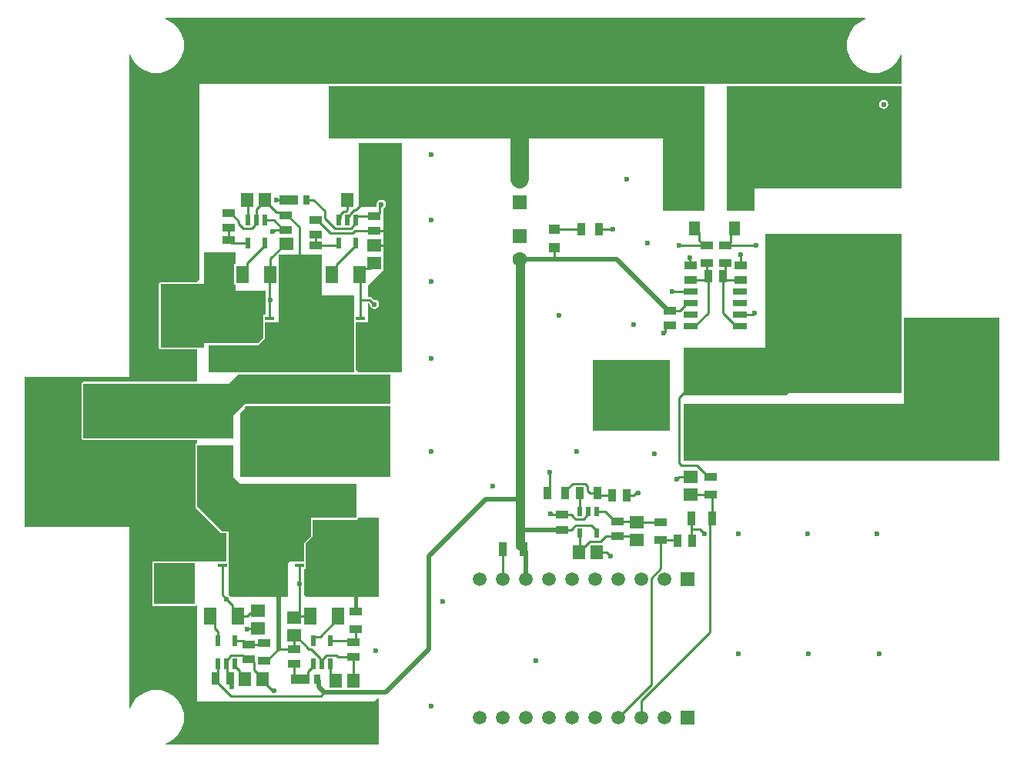
<source format=gtl>
G04*
G04 #@! TF.GenerationSoftware,Altium Limited,Altium Designer,21.6.4 (81)*
G04*
G04 Layer_Physical_Order=1*
G04 Layer_Color=255*
%FSLAX44Y44*%
%MOMM*%
G71*
G04*
G04 #@! TF.SameCoordinates,04AFCEB9-1927-4C3B-B3D4-275DD85C2008*
G04*
G04*
G04 #@! TF.FilePolarity,Positive*
G04*
G01*
G75*
%ADD12C,0.5000*%
%ADD18R,1.3900X0.9600*%
%ADD19R,0.6000X1.1000*%
%ADD20R,1.3500X1.5500*%
%ADD21R,0.9500X1.4500*%
%ADD22R,0.9600X1.3900*%
%ADD23R,1.5500X1.3500*%
%ADD24R,1.4500X0.9500*%
%ADD25R,0.9562X1.5562*%
%ADD26R,1.2000X1.1000*%
%ADD27R,1.2000X8.7000*%
%ADD28R,1.2000X1.6000*%
%ADD29R,8.5100X7.8700*%
%ADD30R,3.8100X1.6200*%
%ADD31R,2.8200X1.4300*%
%ADD32R,1.7000X0.9500*%
%ADD33R,3.6100X0.8100*%
%ADD34R,3.5200X1.2500*%
%ADD35R,0.6000X1.2000*%
%ADD36R,0.8000X1.1000*%
%ADD37R,2.0000X1.1000*%
%ADD38R,1.0000X0.3400*%
%ADD39R,1.5250X0.6500*%
%ADD40R,1.3561X1.8582*%
%ADD41R,5.4000X2.9000*%
%ADD71R,0.3400X2.2900*%
%ADD72R,0.3400X1.6400*%
%ADD73C,1.0000*%
%ADD74C,0.2540*%
%ADD75C,2.0000*%
%ADD76C,0.4000*%
%ADD77R,1.6000X1.6000*%
%ADD78C,1.6000*%
%ADD79C,3.0000*%
%ADD80R,3.0000X3.0000*%
%ADD81C,1.5200*%
%ADD82R,1.5200X1.5200*%
%ADD83R,1.2000X1.2000*%
%ADD84C,1.2000*%
%ADD85C,0.6000*%
G36*
X809660Y798730D02*
X806111Y797260D01*
X802017Y794751D01*
X798367Y791633D01*
X795249Y787983D01*
X792740Y783889D01*
X790903Y779454D01*
X789782Y774786D01*
X789406Y770000D01*
X789782Y765214D01*
X790903Y760546D01*
X792740Y756111D01*
X795249Y752017D01*
X798367Y748367D01*
X802017Y745249D01*
X806111Y742740D01*
X810546Y740903D01*
X815214Y739782D01*
X820000Y739406D01*
X824786Y739782D01*
X829454Y740903D01*
X833889Y742740D01*
X837983Y745249D01*
X841633Y748367D01*
X844751Y752017D01*
X847260Y756111D01*
X848730Y759660D01*
X850000Y759407D01*
Y727500D01*
X77500D01*
Y512500D01*
X75000Y510000D01*
Y509539D01*
X35000D01*
X34220Y509384D01*
X33558Y508942D01*
X33116Y508280D01*
X32961Y507500D01*
Y437500D01*
X33116Y436720D01*
X33558Y436058D01*
X34220Y435616D01*
X35000Y435461D01*
X75000D01*
Y399539D01*
X-50000D01*
X-50780Y399384D01*
X-51442Y398942D01*
X-51884Y398280D01*
X-52039Y397500D01*
Y337500D01*
X-51884Y336720D01*
X-51442Y336058D01*
X-50780Y335616D01*
X-50000Y335461D01*
X75000D01*
Y332039D01*
X74220Y331884D01*
X73558Y331442D01*
X73116Y330780D01*
X72961Y330000D01*
Y262500D01*
X73116Y261720D01*
X73558Y261058D01*
X73558Y261058D01*
X75000Y259616D01*
Y257957D01*
X76173Y258443D01*
X101058Y233558D01*
X101720Y233116D01*
X102500Y232961D01*
X107500D01*
Y202050D01*
X75094D01*
X75000Y202144D01*
D01*
X74516Y201823D01*
X73730Y201583D01*
X73280Y201884D01*
X72500Y202039D01*
X27500D01*
X26720Y201884D01*
X26058Y201442D01*
X25616Y200780D01*
X25461Y200000D01*
Y155000D01*
X25616Y154220D01*
X26058Y153558D01*
X26720Y153116D01*
X27500Y152961D01*
X72500D01*
X73280Y153116D01*
X73730Y153417D01*
X74516Y153177D01*
X75000Y152856D01*
Y47500D01*
X270000D01*
X273827Y51327D01*
X275000Y50841D01*
Y0D01*
X40593D01*
X40340Y1270D01*
X43889Y2740D01*
X47983Y5249D01*
X51633Y8367D01*
X54751Y12017D01*
X57260Y16111D01*
X59097Y20546D01*
X60218Y25214D01*
X60594Y30000D01*
X60218Y34786D01*
X59097Y39454D01*
X57260Y43889D01*
X54751Y47983D01*
X51633Y51633D01*
X47983Y54751D01*
X43889Y57260D01*
X39454Y59097D01*
X34786Y60218D01*
X30000Y60594D01*
X25214Y60218D01*
X20546Y59097D01*
X16111Y57260D01*
X12017Y54751D01*
X8367Y51633D01*
X5249Y47983D01*
X2740Y43889D01*
X1270Y40340D01*
X0Y40593D01*
Y240000D01*
X-115000D01*
Y405000D01*
X0D01*
Y759407D01*
X1270Y759660D01*
X2740Y756111D01*
X5249Y752017D01*
X8367Y748367D01*
X12017Y745249D01*
X16111Y742740D01*
X20546Y740903D01*
X25214Y739782D01*
X30000Y739406D01*
X34786Y739782D01*
X39454Y740903D01*
X43889Y742740D01*
X47983Y745249D01*
X51633Y748367D01*
X54751Y752017D01*
X57260Y756111D01*
X59097Y760546D01*
X60218Y765214D01*
X60594Y770000D01*
X60218Y774786D01*
X59097Y779454D01*
X57260Y783889D01*
X54751Y787983D01*
X51633Y791633D01*
X47983Y794751D01*
X43889Y797260D01*
X40340Y798730D01*
X40593Y800000D01*
X809407D01*
X809660Y798730D01*
D02*
G37*
G36*
X850000Y612500D02*
X687500D01*
Y587500D01*
X657500D01*
Y725000D01*
X850000D01*
Y612500D01*
D02*
G37*
G36*
X632500Y587500D02*
X587500D01*
Y667500D01*
X220000D01*
Y725000D01*
X632500D01*
Y587500D01*
D02*
G37*
G36*
X300000Y410000D02*
X252500D01*
X249539Y412961D01*
Y448353D01*
X249500Y448550D01*
D01*
Y464950D01*
D01*
D01*
X249550Y465000D01*
X262500D01*
Y486301D01*
X263770Y486515D01*
X264966Y485319D01*
X264902Y485000D01*
X265290Y483049D01*
X266395Y481395D01*
X268049Y480290D01*
X270000Y479902D01*
X271951Y480290D01*
X273605Y481395D01*
X274710Y483049D01*
X275098Y485000D01*
X274710Y486951D01*
X273605Y488605D01*
X271951Y489710D01*
X270000Y490098D01*
X269681Y490034D01*
X267358Y492357D01*
X266276Y493080D01*
X265000Y493334D01*
X262500D01*
Y505000D01*
X279000Y521500D01*
X279750D01*
Y522250D01*
X280000Y522500D01*
Y590657D01*
X281105Y591395D01*
X282210Y593049D01*
X282598Y595000D01*
X282210Y596951D01*
X281105Y598605D01*
X279451Y599710D01*
X277500Y600098D01*
X275549Y599710D01*
X273895Y598605D01*
X272790Y596951D01*
X272402Y595000D01*
X272669Y593657D01*
X272653Y593599D01*
X272600Y593520D01*
X272522Y593128D01*
X272347Y592500D01*
X252500D01*
Y662500D01*
X300000D01*
Y410000D01*
D02*
G37*
G36*
X117500Y529291D02*
X115959D01*
Y506709D01*
X117500D01*
Y500000D01*
X150000D01*
Y490493D01*
X149902Y490000D01*
X150000Y489507D01*
Y473450D01*
X147500D01*
Y466050D01*
X147500Y466050D01*
X147461Y464950D01*
Y447845D01*
X142116Y442500D01*
X82500D01*
Y437500D01*
X35000D01*
Y507500D01*
X82500D01*
Y542500D01*
X117500D01*
Y529291D01*
D02*
G37*
G36*
X212500Y495000D02*
X247500D01*
Y465147D01*
X247461Y464950D01*
Y448550D01*
X247500Y448353D01*
Y410000D01*
X87500D01*
Y440000D01*
X142500D01*
X149500Y447000D01*
Y448550D01*
Y464950D01*
X164950D01*
X165000Y465000D01*
Y540000D01*
X212500D01*
Y495000D01*
D02*
G37*
G36*
X850000Y387500D02*
X725000D01*
X722500Y385000D01*
X610000D01*
Y437500D01*
X700000D01*
Y562500D01*
X850000D01*
Y387500D01*
D02*
G37*
G36*
X287500Y375000D02*
X127500D01*
X115000Y362500D01*
Y337500D01*
X-50000D01*
Y397500D01*
X110000D01*
X120000Y407500D01*
X287500D01*
Y375000D01*
D02*
G37*
G36*
X957500D02*
Y312500D01*
X610000D01*
Y375000D01*
X852500D01*
Y470000D01*
X957500D01*
Y375000D01*
D02*
G37*
G36*
X287500Y295000D02*
X122500D01*
Y365000D01*
X127500Y370000D01*
Y372116D01*
X127884Y372500D01*
X287500D01*
Y295000D01*
D02*
G37*
G36*
X275000Y162500D02*
X195000D01*
X192500Y165000D01*
Y177008D01*
X192598Y177500D01*
X192500Y177992D01*
Y193550D01*
X194500D01*
Y200950D01*
X194500Y200950D01*
X194539Y202050D01*
Y221655D01*
X201442Y228558D01*
X201884Y229220D01*
X202039Y230000D01*
Y247961D01*
X250000D01*
X250780Y248116D01*
X251442Y248558D01*
X251884Y249220D01*
X252039Y250000D01*
X275000D01*
Y162500D01*
D02*
G37*
G36*
X115000Y295000D02*
X115000D01*
X122500Y287500D01*
X250000D01*
Y250000D01*
X200000D01*
Y230000D01*
X192500Y222500D01*
X192500Y222500D01*
Y218450D01*
Y202050D01*
X177050D01*
X175000Y200000D01*
Y162500D01*
X112500D01*
X110000Y165000D01*
Y235000D01*
X102500D01*
X75000Y262500D01*
Y330000D01*
X115000D01*
Y295000D01*
D02*
G37*
G36*
X72500Y155000D02*
X27500D01*
Y200000D01*
X72500D01*
Y155000D01*
D02*
G37*
%LPC*%
G36*
X830000Y710098D02*
X828049Y709710D01*
X826395Y708605D01*
X825290Y706951D01*
X824902Y705000D01*
X825290Y703049D01*
X826395Y701395D01*
X828049Y700290D01*
X830000Y699902D01*
X831951Y700290D01*
X833605Y701395D01*
X834710Y703049D01*
X835098Y705000D01*
X834710Y706951D01*
X833605Y708605D01*
X831951Y709710D01*
X830000Y710098D01*
D02*
G37*
%LPD*%
D12*
X431339Y236900D02*
X475957D01*
X392500Y270000D02*
X430739D01*
X330000Y207500D02*
X392500Y270000D01*
X330000Y105000D02*
Y207500D01*
X282500Y57500D02*
X330000Y105000D01*
X215000Y57500D02*
X282500D01*
X430000Y534800D02*
X467500D01*
X536150D02*
X592850Y478100D01*
X434250Y215000D02*
X436500Y212750D01*
X467500Y534800D02*
X536150D01*
X592850Y478100D02*
X595000D01*
X613505Y486350D02*
X617880D01*
X436500Y182400D02*
Y212750D01*
X208500Y64000D02*
Y70500D01*
X207000Y72000D02*
X208500Y70500D01*
Y64000D02*
X215000Y57500D01*
X164350Y105100D02*
Y170650D01*
D18*
X536792Y229503D02*
D03*
Y245702D02*
D03*
X475957Y236900D02*
D03*
Y253100D02*
D03*
X132000Y110100D02*
D03*
Y93900D02*
D03*
X172000Y583100D02*
D03*
Y566900D02*
D03*
X110000Y568900D02*
D03*
Y585100D02*
D03*
X247000Y113100D02*
D03*
Y96900D02*
D03*
X182000Y105100D02*
D03*
Y88900D02*
D03*
X595000Y461900D02*
D03*
Y478100D02*
D03*
X618000Y528100D02*
D03*
Y511900D02*
D03*
X673000Y528100D02*
D03*
Y511900D02*
D03*
X205000Y561900D02*
D03*
Y578100D02*
D03*
X270000Y582100D02*
D03*
Y565900D02*
D03*
D19*
X514500Y257000D02*
D03*
X505000D02*
D03*
X495500D02*
D03*
Y233000D02*
D03*
X514500D02*
D03*
D20*
X514750Y211798D02*
D03*
X495250D02*
D03*
X227250Y71000D02*
D03*
X246750D02*
D03*
X259750Y600000D02*
D03*
X240250D02*
D03*
X127250Y72000D02*
D03*
X146750D02*
D03*
X149750Y600000D02*
D03*
X130250D02*
D03*
D21*
X515293Y277043D02*
D03*
X495793D02*
D03*
X517000Y567500D02*
D03*
X497500D02*
D03*
X479750Y277043D02*
D03*
X460250D02*
D03*
D22*
X531135Y275000D02*
D03*
X547335D02*
D03*
X603343Y224303D02*
D03*
X619543D02*
D03*
X111100Y73000D02*
D03*
X94900D02*
D03*
X653100Y516000D02*
D03*
X636900D02*
D03*
D23*
X558495Y244750D02*
D03*
Y225250D02*
D03*
X617798Y294750D02*
D03*
Y275250D02*
D03*
X270000Y530250D02*
D03*
Y549750D02*
D03*
X142000Y128250D02*
D03*
Y147750D02*
D03*
X173000Y551750D02*
D03*
Y532250D02*
D03*
X182000Y120250D02*
D03*
Y139750D02*
D03*
D24*
X585000Y244750D02*
D03*
Y225250D02*
D03*
X640000Y294750D02*
D03*
Y275250D02*
D03*
X149000Y111750D02*
D03*
Y92250D02*
D03*
X110000Y555750D02*
D03*
Y536250D02*
D03*
X249000Y127250D02*
D03*
Y146750D02*
D03*
X656042Y530250D02*
D03*
Y549750D02*
D03*
X635000Y530250D02*
D03*
Y549750D02*
D03*
X205000D02*
D03*
Y530250D02*
D03*
D25*
X618250Y249377D02*
D03*
X641750D02*
D03*
X434250Y215000D02*
D03*
X410750D02*
D03*
D26*
X467500Y568000D02*
D03*
Y547000D02*
D03*
D27*
X666000Y631250D02*
D03*
X622000D02*
D03*
D28*
Y568750D02*
D03*
X666000D02*
D03*
D29*
X552772Y384600D02*
D03*
D30*
X632172Y410000D02*
D03*
Y359200D02*
D03*
D31*
X60000Y497100D02*
D03*
Y522900D02*
D03*
Y447900D02*
D03*
Y422100D02*
D03*
X50196Y192100D02*
D03*
Y217900D02*
D03*
X50000Y162900D02*
D03*
Y137100D02*
D03*
X675115Y392900D02*
D03*
Y367100D02*
D03*
X709358Y392900D02*
D03*
Y367100D02*
D03*
D32*
X212000Y306000D02*
D03*
Y278000D02*
D03*
X187085Y306000D02*
D03*
Y278000D02*
D03*
X162543Y306000D02*
D03*
Y278000D02*
D03*
X138000Y306000D02*
D03*
Y278000D02*
D03*
D33*
X265000Y349500D02*
D03*
Y394500D02*
D03*
D34*
X225000Y352200D02*
D03*
Y391800D02*
D03*
X185000Y352200D02*
D03*
Y391800D02*
D03*
X144000Y352200D02*
D03*
Y391800D02*
D03*
D35*
X97500Y89500D02*
D03*
X107000D02*
D03*
X116500D02*
D03*
Y114500D02*
D03*
X97500D02*
D03*
X202500Y89500D02*
D03*
X212000D02*
D03*
X221500D02*
D03*
Y114500D02*
D03*
X202500D02*
D03*
X249500Y577500D02*
D03*
X240000D02*
D03*
X230500D02*
D03*
Y552500D02*
D03*
X249500D02*
D03*
X149500Y577500D02*
D03*
X140000D02*
D03*
X130500D02*
D03*
Y552500D02*
D03*
X149500D02*
D03*
D36*
X195000Y600000D02*
D03*
X207000Y72000D02*
D03*
D37*
X176000Y600000D02*
D03*
X188000Y72000D02*
D03*
D38*
X102500Y197250D02*
D03*
X254500Y469750D02*
D03*
X187500Y197250D02*
D03*
X154500Y469750D02*
D03*
D39*
X672120Y460950D02*
D03*
Y473650D02*
D03*
Y486350D02*
D03*
Y499050D02*
D03*
X617880D02*
D03*
Y486350D02*
D03*
Y473650D02*
D03*
Y460950D02*
D03*
D40*
X155261Y518000D02*
D03*
X124739D02*
D03*
X199739Y142000D02*
D03*
X230261D02*
D03*
X253261Y518000D02*
D03*
X222739D02*
D03*
X119427Y142000D02*
D03*
X88906D02*
D03*
D41*
X785000Y634500D02*
D03*
Y535500D02*
D03*
D71*
X113100Y207000D02*
D03*
X243900Y460000D02*
D03*
X198100Y207000D02*
D03*
X143900Y460000D02*
D03*
D72*
X105500Y210250D02*
D03*
X251500Y456750D02*
D03*
X190500Y210250D02*
D03*
X151500Y456750D02*
D03*
D73*
X430739Y237500D02*
Y270000D01*
Y218511D02*
Y237500D01*
Y270000D02*
Y534061D01*
D74*
Y237500D02*
X431339Y236900D01*
X638770Y246397D02*
X641750Y249377D01*
X638770Y124249D02*
Y246397D01*
X563500Y48980D02*
X638770Y124249D01*
X563500Y30000D02*
Y48980D01*
X574370Y66270D02*
Y183242D01*
X585000Y193873D02*
Y225250D01*
X574370Y183242D02*
X585000Y193873D01*
X538100Y30000D02*
X574370Y66270D01*
X602395Y225250D02*
X603343Y224303D01*
X585000Y225250D02*
X602395D01*
X615000Y403170D02*
X621830Y410000D01*
X632172D01*
X615000Y392500D02*
Y403170D01*
X605000Y310000D02*
Y382500D01*
X615000Y392500D01*
X605000Y310000D02*
X607500Y307500D01*
X624750D02*
X637500Y294750D01*
X607500Y307500D02*
X624750D01*
X637500Y294750D02*
X640000D01*
X430739Y218511D02*
X434250Y215000D01*
X595000Y478100D02*
X605760D01*
X430000Y534800D02*
X430739Y534061D01*
X605760Y478100D02*
X611525Y483865D01*
X467500Y534800D02*
Y547000D01*
X611525Y484370D02*
X613505Y486350D01*
X611525Y483865D02*
Y484370D01*
X411100Y182400D02*
Y214650D01*
X410750Y215000D02*
X411100Y214650D01*
X399876Y285124D02*
X400000Y285000D01*
X640000Y275250D02*
X640000Y275250D01*
X641750Y249377D02*
Y273500D01*
X640000Y275250D02*
X641750Y273500D01*
X617798Y275250D02*
X640000D01*
X618250Y237486D02*
Y249377D01*
Y225595D02*
X619543Y224303D01*
X618250Y237486D02*
X627514D01*
X618250Y225595D02*
Y237486D01*
X627514D02*
X632500Y232500D01*
X523345Y257000D02*
X534642Y245702D01*
X501770Y251270D02*
X505000Y254500D01*
Y257000D01*
X514500D02*
X523345D01*
X517335Y275000D02*
X531135D01*
X514500Y233000D02*
Y235500D01*
X488932Y239556D02*
X491146Y241770D01*
X488932Y239114D02*
Y239556D01*
X486717Y236900D02*
X488932Y239114D01*
X508230Y241770D02*
X514500Y235500D01*
X491146Y241770D02*
X508230D01*
X558495Y244750D02*
X558495Y244750D01*
X557542Y245702D02*
X558495Y244750D01*
X536792Y245702D02*
X557542D01*
X534642D02*
X536792D01*
X547335Y275000D02*
X555000D01*
X515293Y277043D02*
X517335Y275000D01*
X555000D02*
X557500Y277500D01*
X506732Y277043D02*
X515293D01*
X557500Y277500D02*
X560000D01*
X504315Y279460D02*
X506732Y277043D01*
X504315Y279460D02*
Y285145D01*
X602500Y292500D02*
X604750Y294750D01*
X617798D01*
X495500Y213048D02*
Y233000D01*
X495250Y211798D02*
Y212798D01*
X495500Y213048D01*
X506343Y223890D01*
X501770Y250145D02*
Y251270D01*
X491146Y248230D02*
X499854D01*
X501770Y250145D01*
X488932Y250444D02*
X491146Y248230D01*
X488932Y250444D02*
Y250886D01*
X486717Y253100D02*
X488932Y250886D01*
X462500Y255000D02*
X464400Y253100D01*
X475957D02*
X486717D01*
X464400D02*
X475957D01*
Y236900D02*
X486717D01*
X495500Y276750D02*
X495793Y277043D01*
X495500Y257000D02*
Y276750D01*
X460250Y277043D02*
X462500Y279293D01*
X479750Y277043D02*
Y279543D01*
X487770Y287563D02*
X501897D01*
X462500Y279293D02*
Y300000D01*
X479750Y279543D02*
X487770Y287563D01*
X501897D02*
X504315Y285145D01*
X506343Y223890D02*
X518514D01*
X514750Y211798D02*
X525703D01*
X530000Y207500D01*
X518514Y223890D02*
X524127Y229503D01*
X554243D02*
X558495Y225250D01*
X524127Y229503D02*
X536792D01*
X554243D01*
X558495Y244750D02*
X585000D01*
X517000Y567500D02*
X532500D01*
X467500Y568000D02*
X497000D01*
X497500Y567500D01*
X107500Y160000D02*
X114274Y153226D01*
X139250Y145000D02*
X142000Y147750D01*
X102500Y165000D02*
X107500Y160000D01*
X130094Y142000D02*
X133094Y145000D01*
X139250D01*
X211230Y53730D02*
X215000Y57500D01*
X112020Y53730D02*
X211230D01*
X94900Y70850D02*
X112020Y53730D01*
X157750Y60000D02*
X160000D01*
X146750Y71000D02*
X157750Y60000D01*
X270000Y582100D02*
X272150D01*
X275680Y585630D01*
Y592244D01*
X277500Y594064D01*
Y595000D01*
X248445Y565900D02*
X270000D01*
X246235Y563690D02*
X248445Y565900D01*
X221560Y563690D02*
X246235D01*
X157500Y565000D02*
X158436D01*
X160336Y566900D01*
X169850D01*
X102500Y165000D02*
Y197250D01*
X114274Y147153D02*
X119427Y142000D01*
X114274Y147153D02*
Y153226D01*
X154500Y469750D02*
Y517239D01*
X155261Y518000D01*
X254500Y490000D02*
Y516761D01*
Y469750D02*
Y490000D01*
X265000D02*
X270000Y485000D01*
X254500Y490000D02*
X265000D01*
X658040Y550000D02*
X661270Y553230D01*
X658040Y550000D02*
X690000D01*
X656292D02*
X658040D01*
X656042Y549750D02*
X656292Y550000D01*
X626730Y555520D02*
X632250Y550000D01*
X634750D01*
X605000D02*
X632250D01*
X634750D02*
X635000Y549750D01*
X588410Y453410D02*
X589320Y454320D01*
X592850Y461900D02*
X595000D01*
X589320Y458370D02*
X592850Y461900D01*
X589320Y454320D02*
Y458370D01*
X672120Y473650D02*
X686150D01*
X687500Y475000D01*
X673000Y528100D02*
Y539500D01*
X672500Y540000D02*
X673000Y539500D01*
X616444Y529656D02*
X618000Y528100D01*
X616444Y529656D02*
Y536374D01*
X251230Y582100D02*
X270000D01*
X291564Y562436D02*
X292000Y562000D01*
X291564Y562436D02*
Y562500D01*
X287616Y566448D02*
X291564Y562500D01*
X597267Y499050D02*
X617880D01*
X596950Y498734D02*
X597267Y499050D01*
X94900Y70850D02*
Y73000D01*
X112997Y63770D02*
Y71103D01*
X107570Y76530D02*
X112997Y71103D01*
X146750Y72000D02*
Y73000D01*
Y71000D02*
Y72000D01*
X130750Y128250D02*
X142000D01*
X130000Y127500D02*
X130750Y128250D01*
X240000Y577500D02*
Y580500D01*
X243230Y583730D01*
Y584855D01*
X247356Y588980D01*
X249730D01*
X259750Y599000D01*
Y600000D01*
X175999Y599999D02*
X176000Y600000D01*
X162500Y599999D02*
X175999D01*
X149750Y599000D02*
X162120Y586630D01*
X168470D01*
X169850Y566900D02*
X172000D01*
X149500Y577500D02*
X159250D01*
X169850Y566900D01*
X172000Y583100D02*
X174150D01*
X187500Y569750D01*
Y527500D02*
Y569750D01*
X207150Y578100D02*
X221560Y563690D01*
X205000Y578100D02*
X207150D01*
X270000Y549750D02*
X285250D01*
X292500Y542500D01*
X285900Y565900D02*
X286448Y566448D01*
X287616D01*
X270000Y565900D02*
X285900D01*
X253261Y518000D02*
X254500Y516761D01*
X653100Y515430D02*
Y516000D01*
Y475595D02*
Y515430D01*
X667745Y460950D02*
X672120D01*
X653100Y475595D02*
X667745Y460950D01*
X636900Y515430D02*
Y516000D01*
Y475595D02*
Y515430D01*
X617880Y460950D02*
X622255D01*
X636900Y475595D01*
X653100Y515430D02*
X656630Y511900D01*
X673000D01*
X656042Y518942D02*
Y530250D01*
X653100Y516000D02*
X656042Y518942D01*
X618000Y511900D02*
X633370D01*
X636900Y515430D01*
X635000Y517900D02*
Y530250D01*
Y517900D02*
X636900Y516000D01*
X661270Y564020D02*
X666000Y568750D01*
X661270Y553230D02*
Y564020D01*
X622000Y568750D02*
X626730Y564020D01*
Y555520D02*
Y564020D01*
X244354Y568230D02*
X246270Y570145D01*
X202810Y600000D02*
X215220Y587590D01*
X246270Y570145D02*
Y571270D01*
X215220Y579156D02*
Y587590D01*
X246270Y571270D02*
X249500Y574500D01*
X215220Y579156D02*
X226145Y568230D01*
X249500Y574500D02*
Y577500D01*
X226145Y568230D02*
X244354D01*
X195000Y600000D02*
X202810D01*
X249500Y580370D02*
X251230Y582100D01*
X249500Y577500D02*
Y580370D01*
X253261Y518000D02*
Y519260D01*
X258771Y524770D01*
X264520D01*
X270000Y530250D01*
X249500Y549500D02*
Y552500D01*
X228249Y528249D02*
X249500Y549500D01*
X228249Y523510D02*
Y528249D01*
X222739Y518000D02*
X228249Y523510D01*
X205000Y549750D02*
X228770D01*
X230500Y551480D01*
Y552500D01*
X205000Y549750D02*
Y561900D01*
X240250Y588440D02*
Y600000D01*
X238580Y586770D02*
X240250Y588440D01*
X235646Y586770D02*
X238580D01*
X232230Y583354D02*
X235646Y586770D01*
X232230Y579230D02*
Y583354D01*
X230500Y577500D02*
X232230Y579230D01*
X172000Y551750D02*
X173000D01*
X155261Y535011D02*
X172000Y551750D01*
X155261Y518000D02*
Y535011D01*
X149500Y549500D02*
Y552500D01*
X130249Y530249D02*
X149500Y549500D01*
X130249Y523510D02*
Y530249D01*
X124739Y518000D02*
X130249Y523510D01*
X110000Y555750D02*
Y568900D01*
X113250Y552500D02*
X130500D01*
X110000Y555750D02*
X113250Y552500D01*
X149750Y599000D02*
Y600000D01*
X168470Y586630D02*
X172000Y583100D01*
X140000Y577500D02*
Y589250D01*
X149750Y599000D01*
X110000Y585100D02*
X112150D01*
X120913Y576337D01*
Y573463D02*
Y576337D01*
Y573463D02*
X126145Y568230D01*
X134854D01*
X138270Y571646D01*
Y575770D01*
X140000Y577500D01*
X130250Y600000D02*
X130500Y599750D01*
Y577500D02*
Y599750D01*
X221500Y77750D02*
Y89500D01*
Y77750D02*
X227250Y72000D01*
Y71000D02*
Y72000D01*
X247000Y71250D02*
Y96900D01*
X246750Y71000D02*
X247000Y71250D01*
X230168Y96900D02*
X247000D01*
X228298Y98770D02*
X230168Y96900D01*
X217146Y98770D02*
X228298D01*
X213730Y95354D02*
X217146Y98770D01*
X213730Y94230D02*
Y95354D01*
X210730Y91230D02*
X213730Y94230D01*
X210270Y91230D02*
X210730D01*
X245000Y170000D02*
X249000Y166000D01*
Y115100D02*
Y127250D01*
X247000Y113100D02*
X249000Y115100D01*
X221500Y114500D02*
X245600D01*
X247000Y113100D01*
X184270Y142000D02*
X199739D01*
X184270D02*
X187500Y145230D01*
X182020Y139750D02*
X184270Y142000D01*
X187500Y145230D02*
Y197250D01*
X182000Y139750D02*
X182020D01*
X202500Y114500D02*
Y117500D01*
X204230Y119230D01*
X210002D01*
X230261Y139489D01*
Y142000D01*
X202500Y86500D02*
Y89500D01*
X196730Y80730D02*
X202500Y86500D01*
X196730Y76230D02*
Y80730D01*
X192500Y72000D02*
X196730Y76230D01*
X188000Y72000D02*
X192500D01*
X182000Y120250D02*
X183000D01*
X198020Y105230D01*
X200394D01*
X210270Y95354D01*
Y91230D02*
Y95354D01*
X182000Y76230D02*
Y88900D01*
Y76230D02*
X186230Y72000D01*
X188000D01*
X132000Y93900D02*
X134150D01*
X137680Y90370D01*
Y82070D02*
Y90370D01*
Y82070D02*
X146750Y73000D01*
X107000Y89500D02*
Y92500D01*
X110230Y95730D01*
Y96854D01*
X112146Y98770D01*
X124980D01*
X129850Y93900D01*
X132000D01*
X107570Y76530D02*
Y88930D01*
X107000Y89500D02*
X107570Y88930D01*
X97500Y75600D02*
Y89500D01*
X94900Y73000D02*
X97500Y75600D01*
X121770Y77480D02*
X127250Y72000D01*
X121770Y77480D02*
Y81230D01*
X116500Y86500D02*
X121770Y81230D01*
X116500Y86500D02*
Y89500D01*
X162500Y172500D02*
X164350Y170650D01*
X182000Y105100D02*
Y120250D01*
X149000Y92250D02*
X151500D01*
X164350Y105100D01*
X182000D01*
X132000Y110100D02*
X147350D01*
X149000Y111750D01*
X116500Y114500D02*
X125450D01*
X129850Y110100D01*
X132000D01*
X88906Y142000D02*
X94416Y136490D01*
Y128146D02*
Y136490D01*
Y128146D02*
X97500Y125062D01*
Y114500D02*
Y125062D01*
X119427Y142000D02*
X130094D01*
D75*
X429915Y704000D02*
X430000Y703915D01*
Y622700D02*
Y703915D01*
D76*
X249000Y146750D02*
Y166000D01*
D77*
X430000Y560200D02*
D03*
Y597300D02*
D03*
D78*
Y534800D02*
D03*
Y622700D02*
D03*
D79*
X94000Y284000D02*
D03*
X750000Y426000D02*
D03*
D80*
X-31000Y359000D02*
D03*
X875000Y351000D02*
D03*
D81*
X461900Y30000D02*
D03*
X563500D02*
D03*
X588900D02*
D03*
X538100D02*
D03*
X512700D02*
D03*
X487300D02*
D03*
X436500D02*
D03*
X411100D02*
D03*
X385700D02*
D03*
X461900Y182400D02*
D03*
X563500D02*
D03*
X588900D02*
D03*
X538100D02*
D03*
X512700D02*
D03*
X487300D02*
D03*
X436500D02*
D03*
X411100D02*
D03*
X385700D02*
D03*
D82*
X614300Y30000D02*
D03*
Y182400D02*
D03*
D83*
X716000Y705000D02*
D03*
X572957D02*
D03*
X429915Y704000D02*
D03*
X286872D02*
D03*
D84*
X716000Y755000D02*
D03*
X572957D02*
D03*
X429915Y754000D02*
D03*
X286872D02*
D03*
D85*
X577500Y320000D02*
D03*
X492500Y322500D02*
D03*
X555000Y462500D02*
D03*
X547500Y622500D02*
D03*
X570000Y552500D02*
D03*
X472500Y472500D02*
D03*
X670000Y232500D02*
D03*
X746250D02*
D03*
X822500D02*
D03*
X825000Y100000D02*
D03*
X747500D02*
D03*
X670000D02*
D03*
X447500Y92500D02*
D03*
X332500Y42500D02*
D03*
X345000Y157500D02*
D03*
X332500Y322500D02*
D03*
Y425000D02*
D03*
Y510000D02*
D03*
X271553Y103447D02*
D03*
X399876Y285124D02*
D03*
X632500Y232500D02*
D03*
X462500Y300000D02*
D03*
X530000Y207500D02*
D03*
X463450Y254050D02*
D03*
X560000Y277500D02*
D03*
X602500Y292500D02*
D03*
X532500Y567500D02*
D03*
X294053Y589053D02*
D03*
X922500Y387500D02*
D03*
X870000Y390000D02*
D03*
X922500Y442500D02*
D03*
X870000D02*
D03*
X-70000Y267500D02*
D03*
Y320000D02*
D03*
Y380000D02*
D03*
X830000Y705000D02*
D03*
X160000Y60000D02*
D03*
X277500Y595000D02*
D03*
X157500Y565000D02*
D03*
X7500Y605000D02*
D03*
Y477500D02*
D03*
Y322500D02*
D03*
Y150000D02*
D03*
Y90000D02*
D03*
X187500Y177500D02*
D03*
X107500Y160000D02*
D03*
X138419Y257463D02*
D03*
X155000Y490000D02*
D03*
X270000Y485000D02*
D03*
X690000Y550000D02*
D03*
X605000D02*
D03*
X332500Y650000D02*
D03*
Y577500D02*
D03*
X588410Y453410D02*
D03*
X687500Y475000D02*
D03*
X672500Y540000D02*
D03*
X616444Y536374D02*
D03*
X292500Y560000D02*
D03*
X596950Y498734D02*
D03*
X112997Y63770D02*
D03*
X130000Y127500D02*
D03*
X162500Y599999D02*
D03*
X292500Y637500D02*
D03*
Y612500D02*
D03*
Y542500D02*
D03*
Y520000D02*
D03*
Y502500D02*
D03*
Y487500D02*
D03*
Y470000D02*
D03*
Y450000D02*
D03*
Y432500D02*
D03*
Y417500D02*
D03*
X105000Y462500D02*
D03*
Y472500D02*
D03*
Y482500D02*
D03*
X92500Y462500D02*
D03*
Y472500D02*
D03*
Y482500D02*
D03*
X80000Y472500D02*
D03*
X67500D02*
D03*
X55000D02*
D03*
X42500D02*
D03*
X80000Y462500D02*
D03*
X67500D02*
D03*
X55000D02*
D03*
X42500D02*
D03*
Y482500D02*
D03*
X80000D02*
D03*
X67500D02*
D03*
X55000D02*
D03*
X62500Y177500D02*
D03*
X50000D02*
D03*
X37500D02*
D03*
X262500Y212500D02*
D03*
X250000D02*
D03*
X262500Y222500D02*
D03*
X250000D02*
D03*
X262500Y235000D02*
D03*
X250000D02*
D03*
X237500Y170000D02*
D03*
X225000D02*
D03*
X237500Y182500D02*
D03*
X225000D02*
D03*
X237500Y197500D02*
D03*
X225000D02*
D03*
X237500Y210000D02*
D03*
X225000D02*
D03*
X237500Y222500D02*
D03*
X225000Y225000D02*
D03*
X237500Y235000D02*
D03*
X225000D02*
D03*
X220000Y417500D02*
D03*
Y432500D02*
D03*
Y447500D02*
D03*
X207500D02*
D03*
X190000D02*
D03*
X172500D02*
D03*
X207500Y417500D02*
D03*
Y432500D02*
D03*
X190000Y417500D02*
D03*
Y432500D02*
D03*
X172500Y417500D02*
D03*
Y432500D02*
D03*
X152500Y417500D02*
D03*
Y432500D02*
D03*
X130000Y417500D02*
D03*
Y432500D02*
D03*
X112500Y417500D02*
D03*
X95000D02*
D03*
X112500Y432500D02*
D03*
X95000D02*
D03*
X270000Y330000D02*
D03*
X252500D02*
D03*
X237500D02*
D03*
X222500D02*
D03*
X210000D02*
D03*
X195000D02*
D03*
X180000D02*
D03*
X167500D02*
D03*
X155000D02*
D03*
X142500D02*
D03*
X130000D02*
D03*
X590472Y419600D02*
D03*
Y404600D02*
D03*
Y384600D02*
D03*
Y364600D02*
D03*
Y349600D02*
D03*
X577472Y419600D02*
D03*
Y404600D02*
D03*
Y384600D02*
D03*
Y364600D02*
D03*
Y349600D02*
D03*
X562472Y419600D02*
D03*
Y404600D02*
D03*
Y384600D02*
D03*
Y364600D02*
D03*
Y349600D02*
D03*
X547472Y419600D02*
D03*
Y404600D02*
D03*
Y384600D02*
D03*
Y364600D02*
D03*
Y349600D02*
D03*
X532472Y419600D02*
D03*
Y404600D02*
D03*
Y384600D02*
D03*
Y364600D02*
D03*
Y349600D02*
D03*
X517472Y419600D02*
D03*
Y404600D02*
D03*
Y384600D02*
D03*
Y364600D02*
D03*
Y349600D02*
D03*
X124000Y199250D02*
D03*
X115250D02*
D03*
X123750Y207250D02*
D03*
X115250Y207000D02*
D03*
X123500Y214750D02*
D03*
X115250Y215000D02*
D03*
X233000Y467750D02*
D03*
X241750D02*
D03*
X233250Y459750D02*
D03*
X241750Y460000D02*
D03*
X233500Y452250D02*
D03*
X241750Y452000D02*
D03*
X209000Y199250D02*
D03*
X200250D02*
D03*
X208750Y207250D02*
D03*
X200250Y207000D02*
D03*
X208500Y214750D02*
D03*
X200250Y215000D02*
D03*
X133000Y467750D02*
D03*
X141750D02*
D03*
X133250Y459750D02*
D03*
X141750Y460000D02*
D03*
X133500Y452250D02*
D03*
X141750Y452000D02*
D03*
M02*

</source>
